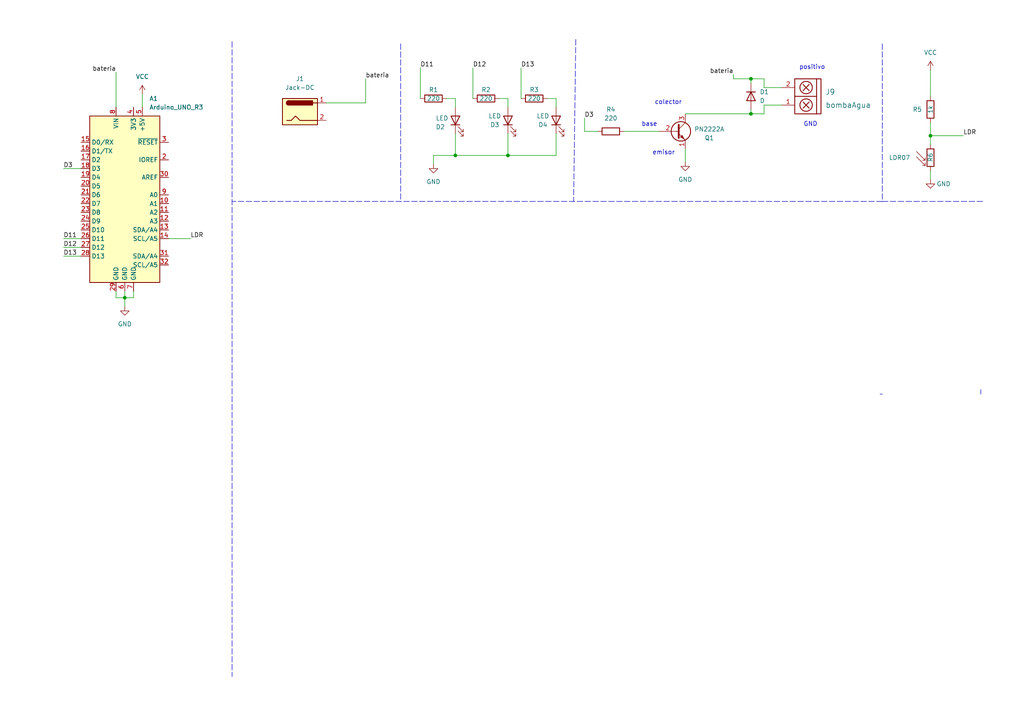
<source format=kicad_sch>
(kicad_sch (version 20211123) (generator eeschema)
  (paper "A4")
  (title_block (title "Sistema de Riego Automatizado"))
  (lib_symbols
    (symbol "Connector:Jack-DC" (pin_names (offset 1.016))
      (property "Reference" "J" (at 0 5.334 0))
      (property "Value" "Jack-DC" (at 0 -5.08 0))
      (symbol "Jack-DC_0_1"
        (rectangle (start -5.08 3.81) (end 5.08 -3.81) (stroke (width 0.254)) (fill (type background)))
        (arc (start -3.302 3.175) (mid -3.937 2.54) (end -3.302 1.905) (stroke (width 0.254)))
        (arc (start -3.302 3.175) (mid -3.937 2.54) (end -3.302 1.905) (stroke (width 0.254)) (fill (type outline)))
        (polyline (pts (xy 5.08 2.54) (xy 3.81 2.54)) (stroke (width 0.254)))
        (polyline (pts (xy -3.81 -2.54) (xy -2.54 -2.54) (xy -1.27 -1.27) (xy 0 -2.54) (xy 2.54 -2.54) (xy 5.08 -2.54)) (stroke (width 0.254)))
        (rectangle (start 3.683 3.175) (end -3.302 1.905) (stroke (width 0.254)) (fill (type outline)))
      )
      (symbol "Jack-DC_1_1"
        (pin passive line (at 7.62 2.54 180) (length 2.54) (name "~") (number "1"))
        (pin passive line (at 7.62 -2.54 180) (length 2.54) (name "~") (number "2"))
      )
    )
    (symbol "Device:D" (pin_numbers hide) (pin_names (offset 1.016) hide)
      (property "Reference" "D" (at 0 2.54 0))
      (property "Value" "D" (at 0 -2.54 0))
      (symbol "D_0_1"
        (polyline (pts (xy -1.27 1.27) (xy -1.27 -1.27)) (stroke (width 0.254)))
        (polyline (pts (xy 1.27 0) (xy -1.27 0)))
        (polyline (pts (xy 1.27 1.27) (xy 1.27 -1.27) (xy -1.27 0) (xy 1.27 1.27)) (stroke (width 0.254)))
      )
      (symbol "D_1_1"
        (pin passive line (at -3.81 0 0) (length 2.54) (name "K") (number "1"))
        (pin passive line (at 3.81 0 180) (length 2.54) (name "A") (number "2"))
      )
    )
    (symbol "Device:LED" (pin_numbers hide) (pin_names (offset 1.016) hide)
      (property "Reference" "D" (at 0 2.54 0))
      (property "Value" "LED" (at 0 -2.54 0))
      (symbol "LED_0_1"
        (polyline (pts (xy -1.27 -1.27) (xy -1.27 1.27)) (stroke (width 0.254)))
        (polyline (pts (xy -1.27 0) (xy 1.27 0)))
        (polyline (pts (xy 1.27 -1.27) (xy 1.27 1.27) (xy -1.27 0) (xy 1.27 -1.27)) (stroke (width 0.254)))
        (polyline (pts (xy -3.048 -0.762) (xy -4.572 -2.286) (xy -3.81 -2.286) (xy -4.572 -2.286) (xy -4.572 -1.524)))
        (polyline (pts (xy -1.778 -0.762) (xy -3.302 -2.286) (xy -2.54 -2.286) (xy -3.302 -2.286) (xy -3.302 -1.524)))
      )
      (symbol "LED_1_1"
        (pin passive line (at -3.81 0 0) (length 2.54) (name "K") (number "1"))
        (pin passive line (at 3.81 0 180) (length 2.54) (name "A") (number "2"))
      )
    )
    (symbol "Device:R" (pin_numbers hide) (pin_names (offset 0))
      (property "Reference" "R" (at 2.032 0 90))
      (property "Value" "R" (at 0 0 90))
      (symbol "R_0_1"
        (rectangle (start -1.016 -2.54) (end 1.016 2.54) (stroke (width 0.254)))
      )
      (symbol "R_1_1"
        (pin passive line (at 0 3.81 270) (length 1.27) (name "~") (number "1"))
        (pin passive line (at 0 -3.81 90) (length 1.27) (name "~") (number "2"))
      )
    )
    (symbol "EESTN:TB_1X2" (pin_names (offset 1.016))
      (property "Reference" "J" (at 0 7.62 0))
      (property "Value" "TB_1X2" (at 1.27 -7.62 0))
      (symbol "TB_1X2_0_1"
        (rectangle (start -2.54 5.08) (end 5.08 -5.08) (stroke (width 0.254)))
        (polyline (pts (xy -1.27 0) (xy 5.08 0)) (stroke (width 0.254)))
        (polyline (pts (xy -1.27 5.08) (xy -1.27 -5.08)) (stroke (width 0.254)))
        (polyline (pts (xy 0.889 -3.429) (xy 2.667 -1.651)) (stroke (width 0.254)))
        (polyline (pts (xy 0.889 -1.651) (xy 2.667 -3.429)) (stroke (width 0.254)))
        (polyline (pts (xy 0.889 1.651) (xy 2.667 3.429)) (stroke (width 0.254)))
        (polyline (pts (xy 0.889 3.429) (xy 2.667 1.651)) (stroke (width 0.254)))
        (circle (center 1.778 -2.54) (radius 1.8034) (stroke (width 0.254)))
        (circle (center 1.778 2.54) (radius 1.8034) (stroke (width 0.254)))
      )
      (symbol "TB_1X2_1_1"
        (pin input line (at 8.89 2.54 180) (length 3.81) (name "~") (number "1"))
        (pin input line (at 8.89 -2.54 180) (length 3.81) (name "~") (number "2"))
      )
    )
    (symbol "MCU_Module:Arduino_UNO_R3"
      (property "Reference" "A" (at -10.16 23.495 0))
      (property "Value" "Arduino_UNO_R3" (at 5.08 -26.67 0))
      (symbol "Arduino_UNO_R3_0_1"
        (rectangle (start -10.16 22.86) (end 10.16 -25.4) (stroke (width 0.254)) (fill (type background)))
      )
      (symbol "Arduino_UNO_R3_1_1"
        (pin no_connect line (at -10.16 -20.32 0) (length 2.54) hide (name "NC") (number "1"))
        (pin bidirectional line (at 12.7 -2.54 180) (length 2.54) (name "A1") (number "10"))
        (pin bidirectional line (at 12.7 -5.08 180) (length 2.54) (name "A2") (number "11"))
        (pin bidirectional line (at 12.7 -7.62 180) (length 2.54) (name "A3") (number "12"))
        (pin bidirectional line (at 12.7 -10.16 180) (length 2.54) (name "SDA/A4") (number "13"))
        (pin bidirectional line (at 12.7 -12.7 180) (length 2.54) (name "SCL/A5") (number "14"))
        (pin bidirectional line (at -12.7 15.24 0) (length 2.54) (name "D0/RX") (number "15"))
        (pin bidirectional line (at -12.7 12.7 0) (length 2.54) (name "D1/TX") (number "16"))
        (pin bidirectional line (at -12.7 10.16 0) (length 2.54) (name "D2") (number "17"))
        (pin bidirectional line (at -12.7 7.62 0) (length 2.54) (name "D3") (number "18"))
        (pin bidirectional line (at -12.7 5.08 0) (length 2.54) (name "D4") (number "19"))
        (pin output line (at 12.7 10.16 180) (length 2.54) (name "IOREF") (number "2"))
        (pin bidirectional line (at -12.7 2.54 0) (length 2.54) (name "D5") (number "20"))
        (pin bidirectional line (at -12.7 0 0) (length 2.54) (name "D6") (number "21"))
        (pin bidirectional line (at -12.7 -2.54 0) (length 2.54) (name "D7") (number "22"))
        (pin bidirectional line (at -12.7 -5.08 0) (length 2.54) (name "D8") (number "23"))
        (pin bidirectional line (at -12.7 -7.62 0) (length 2.54) (name "D9") (number "24"))
        (pin bidirectional line (at -12.7 -10.16 0) (length 2.54) (name "D10") (number "25"))
        (pin bidirectional line (at -12.7 -12.7 0) (length 2.54) (name "D11") (number "26"))
        (pin bidirectional line (at -12.7 -15.24 0) (length 2.54) (name "D12") (number "27"))
        (pin bidirectional line (at -12.7 -17.78 0) (length 2.54) (name "D13") (number "28"))
        (pin power_in line (at -2.54 -27.94 90) (length 2.54) (name "GND") (number "29"))
        (pin input line (at 12.7 15.24 180) (length 2.54) (name "~{RESET}") (number "3"))
        (pin input line (at 12.7 5.08 180) (length 2.54) (name "AREF") (number "30"))
        (pin bidirectional line (at 12.7 -17.78 180) (length 2.54) (name "SDA/A4") (number "31"))
        (pin bidirectional line (at 12.7 -20.32 180) (length 2.54) (name "SCL/A5") (number "32"))
        (pin power_out line (at 2.54 25.4 270) (length 2.54) (name "3V3") (number "4"))
        (pin power_out line (at 5.08 25.4 270) (length 2.54) (name "+5V") (number "5"))
        (pin power_in line (at 0 -27.94 90) (length 2.54) (name "GND") (number "6"))
        (pin power_in line (at 2.54 -27.94 90) (length 2.54) (name "GND") (number "7"))
        (pin power_in line (at -2.54 25.4 270) (length 2.54) (name "VIN") (number "8"))
        (pin bidirectional line (at 12.7 0 180) (length 2.54) (name "A0") (number "9"))
      )
    )
    (symbol "Sensor_Optical:LDR07" (pin_numbers hide) (pin_names (offset 0))
      (property "Reference" "R" (at -5.08 0 90))
      (property "Value" "LDR07" (at 1.905 0 90))
      (symbol "LDR07_0_1"
        (rectangle (start -1.016 2.54) (end 1.016 -2.54) (stroke (width 0.254)))
        (polyline (pts (xy -1.524 -2.286) (xy -4.064 0.254)))
        (polyline (pts (xy -1.524 -2.286) (xy -2.286 -2.286)))
        (polyline (pts (xy -1.524 -2.286) (xy -1.524 -1.524)))
        (polyline (pts (xy -1.524 -0.762) (xy -4.064 1.778)))
        (polyline (pts (xy -1.524 -0.762) (xy -2.286 -0.762)))
        (polyline (pts (xy -1.524 -0.762) (xy -1.524 0)))
      )
      (symbol "LDR07_1_1"
        (pin passive line (at 0 3.81 270) (length 1.27) (name "~") (number "1"))
        (pin passive line (at 0 -3.81 90) (length 1.27) (name "~") (number "2"))
      )
    )
    (symbol "Transistor_BJT:PN2222A" (pin_names (offset 0) hide)
      (property "Reference" "Q" (at 5.08 1.905 0))
      (property "Value" "PN2222A" (at 5.08 0 0))
      (symbol "PN2222A_0_1"
        (polyline (pts (xy 0 0) (xy 0.635 0)))
        (polyline (pts (xy 2.54 -2.54) (xy 0.635 -0.635)))
        (polyline (pts (xy 2.54 2.54) (xy 0.635 0.635)))
        (polyline (pts (xy 0.635 1.905) (xy 0.635 -1.905) (xy 0.635 -1.905)) (stroke (width 0.508)))
        (polyline (pts (xy 2.413 -2.413) (xy 1.905 -1.905) (xy 1.905 -1.905)))
        (polyline (pts (xy 1.143 -1.651) (xy 1.651 -1.143) (xy 2.159 -2.159) (xy 1.143 -1.651) (xy 1.143 -1.651)) (fill (type outline)))
        (circle (center 1.27 0) (radius 2.8194) (stroke (width 0.254)))
      )
      (symbol "PN2222A_1_1"
        (pin passive line (at 2.54 -5.08 90) (length 2.54) (name "E") (number "1"))
        (pin input line (at -5.08 0 0) (length 5.08) (name "B") (number "2"))
        (pin passive line (at 2.54 5.08 270) (length 2.54) (name "C") (number "3"))
      )
    )
    (symbol "power:GND" (power) (pin_names (offset 0))
      (property "Value" "GND" (at 0 -3.81 0))
      (symbol "GND_0_1"
        (polyline (pts (xy 0 0) (xy 0 -1.27) (xy 1.27 -1.27) (xy 0 -2.54) (xy -1.27 -1.27) (xy 0 -1.27)))
      )
      (symbol "GND_1_1"
        (pin power_in line (at 0 0 270) (length 0) hide (name "GND") (number "1"))
      )
    )
    (symbol "power:VCC" (power) (pin_names (offset 0))
      (property "Value" "VCC" (at 0 3.81 0))
      (symbol "VCC_0_1"
        (polyline (pts (xy -0.762 1.27) (xy 0 2.54)))
        (polyline (pts (xy 0 0) (xy 0 2.54)))
        (polyline (pts (xy 0 2.54) (xy 0.762 1.27)))
      )
      (symbol "VCC_1_1"
        (pin power_in line (at 0 0 90) (length 0) hide (name "VCC") (number "1"))
      )
    )
  )
  (junction (at 269.875 39.37))
  (junction (at 132.08 45.085))
  (junction (at 217.805 22.86))
  (junction (at 147.32 45.085))
  (junction (at 36.195 86.36))
  (junction (at 217.805 33.02))
  (polyline (pts (xy 167.005 11.43) (xy 166.37 58.42)))
  (wire (pts (xy 226.695 30.48) (xy 221.615 30.48)))
  (wire (pts (xy 36.195 86.36) (xy 36.195 88.9)))
  (wire (pts (xy 147.32 45.085) (xy 161.29 45.085)))
  (polyline (pts (xy 255.905 12.7) (xy 255.905 58.42)))
  (wire (pts (xy 212.725 22.86) (xy 217.805 22.86)))
  (wire (pts (xy 18.415 69.215) (xy 23.495 69.215)))
  (wire (pts (xy 33.655 86.36) (xy 36.195 86.36)))
  (wire (pts (xy 180.975 38.1) (xy 191.135 38.1)))
  (wire (pts (xy 137.16 19.685) (xy 137.16 28.575)))
  (wire (pts (xy 36.195 84.455) (xy 36.195 86.36)))
  (wire (pts (xy 18.415 71.755) (xy 23.495 71.755)))
  (wire (pts (xy 132.08 38.735) (xy 132.08 45.085)))
  (wire (pts (xy 217.805 33.02) (xy 221.615 33.02)))
  (wire (pts (xy 18.415 74.295) (xy 23.495 74.295)))
  (wire (pts (xy 125.73 45.085) (xy 132.08 45.085)))
  (wire (pts (xy 269.875 35.56) (xy 269.875 39.37)))
  (wire (pts (xy 147.32 28.575) (xy 147.32 31.115)))
  (wire (pts (xy 198.755 33.02) (xy 217.805 33.02)))
  (wire (pts (xy 269.875 49.53) (xy 269.875 52.07)))
  (polyline (pts (xy 284.48 113.03) (xy 284.48 114.3)))
  (wire (pts (xy 125.73 47.625) (xy 125.73 45.085)))
  (wire (pts (xy 132.08 28.575) (xy 132.08 31.115)))
  (wire (pts (xy 198.755 46.99) (xy 198.755 43.18)))
  (polyline (pts (xy 67.31 12.065) (xy 67.31 196.215)))
  (wire (pts (xy 151.13 19.685) (xy 151.13 28.575)))
  (wire (pts (xy 269.875 41.91) (xy 269.875 39.37)))
  (wire (pts (xy 18.415 48.895) (xy 23.495 48.895)))
  (wire (pts (xy 147.32 38.735) (xy 147.32 45.085)))
  (wire (pts (xy 129.54 28.575) (xy 132.08 28.575)))
  (wire (pts (xy 169.545 34.29) (xy 169.545 38.1)))
  (wire (pts (xy 36.195 86.36) (xy 38.735 86.36)))
  (wire (pts (xy 158.75 28.575) (xy 161.29 28.575)))
  (wire (pts (xy 33.655 20.955) (xy 33.655 31.115)))
  (wire (pts (xy 169.545 38.1) (xy 173.355 38.1)))
  (wire (pts (xy 221.615 22.86) (xy 217.805 22.86)))
  (wire (pts (xy 106.045 29.845) (xy 106.045 22.86)))
  (wire (pts (xy 41.275 27.305) (xy 41.275 31.115)))
  (wire (pts (xy 217.805 33.02) (xy 217.805 31.75)))
  (wire (pts (xy 221.615 25.4) (xy 221.615 22.86)))
  (wire (pts (xy 221.615 30.48) (xy 221.615 33.02)))
  (wire (pts (xy 217.805 22.86) (xy 217.805 24.13)))
  (wire (pts (xy 94.615 29.845) (xy 106.045 29.845)))
  (wire (pts (xy 269.875 20.32) (xy 269.875 27.94)))
  (wire (pts (xy 226.695 25.4) (xy 221.615 25.4)))
  (wire (pts (xy 212.725 21.59) (xy 212.725 22.86)))
  (wire (pts (xy 33.655 84.455) (xy 33.655 86.36)))
  (polyline (pts (xy 255.27 114.3) (xy 255.905 114.3)))
  (wire (pts (xy 121.92 19.685) (xy 121.92 28.575)))
  (polyline (pts (xy 255.905 58.42) (xy 285.115 58.42)))
  (wire (pts (xy 161.29 45.085) (xy 161.29 38.735)))
  (wire (pts (xy 161.29 28.575) (xy 161.29 31.115)))
  (wire (pts (xy 48.895 69.215) (xy 55.245 69.215)))
  (wire (pts (xy 132.08 45.085) (xy 147.32 45.085)))
  (polyline (pts (xy 255.905 58.42) (xy 67.31 58.42)))
  (polyline (pts (xy 116.205 12.7) (xy 116.205 58.42)))
  (wire (pts (xy 279.4 39.37) (xy 269.875 39.37)))
  (wire (pts (xy 144.78 28.575) (xy 147.32 28.575)))
  (wire (pts (xy 38.735 86.36) (xy 38.735 84.455)))
  (text "GND" (at 233.045 36.83 0) (effects (font (size 1.27 1.27)) (justify left bottom)))
  (text "emisor\n" (at 189.23 45.085 0) (effects (font (size 1.27 1.27)) (justify left bottom)))
  (text "base\n" (at 186.055 36.83 0) (effects (font (size 1.27 1.27)) (justify left bottom)))
  (text "positivo\n" (at 231.775 20.32 0) (effects (font (size 1.27 1.27)) (justify left bottom)))
  (text "colector\n" (at 189.865 30.48 0) (effects (font (size 1.27 1.27)) (justify left bottom)))
  (label "D3" (at 169.545 34.29 0))
  (label "D3" (at 18.415 48.895 0))
  (label "D11" (at 121.92 19.685 0))
  (label "LDR" (at 279.4 39.37 0))
  (label "D11" (at 18.415 69.215 0))
  (label "D13" (at 151.13 19.685 0))
  (label "bateria" (at 212.725 21.59 180))
  (label "D12" (at 137.16 19.685 0))
  (label "D13" (at 18.415 74.295 0))
  (label "bateria" (at 106.045 22.86 0))
  (label "D12" (at 18.415 71.755 0))
  (label "bateria" (at 33.655 20.955 180))
  (label "LDR" (at 55.245 69.215 0))
  (symbol (lib_id "Device:D") (at 217.805 27.94 270) (unit 1)
    (property "Reference" "D1" (at 220.345 26.6699 90) (effects (justify left)))
    (property "Value" "D" (at 220.345 29.2099 90) (effects (justify left)))
    (property "Footprint" "Diode_THT:D_T-1_P5.08mm_Horizontal" (effects hide))
  )
  (symbol (lib_id "Device:R") (at 177.165 38.1 270) (unit 1)
    (property "Reference" "R4" (at 177.165 31.75 90))
    (property "Value" "220" (at 177.165 34.29 90))
    (property "Footprint" "Resistor_THT:R_Axial_DIN0204_L3.6mm_D1.6mm_P5.08mm_Horizontal" (effects hide))
  )
  (symbol (lib_id "MCU_Module:Arduino_UNO_R3") (at 36.195 56.515 0) (unit 1)
    (property "Reference" "A1" (at 43.2944 28.575 0) (effects (justify left)))
    (property "Value" "Arduino_UNO_R3" (at 43.2944 31.115 0) (effects (justify left)))
    (property "Footprint" "Module:Arduino_UNO_R3" (effects hide))
    (property "Datasheet" "https://www.arduino.cc/en/Main/arduinoBoardUno" (effects hide))
  )
  (symbol (lib_id "Device:LED") (at 161.29 34.925 90) (unit 1)
    (property "Reference" "D4" (at 157.48 36.195 90))
    (property "Value" "LED" (at 157.48 33.655 90))
    (property "Footprint" "LED_THT:LED_D1.8mm_W3.3mm_H2.4mm" (effects hide))
  )
  (symbol (lib_id "power:GND") (at 36.195 88.9 0) (unit 1)
    (property "Reference" "#PWR0106" (effects hide))
    (property "Value" "GND" (at 36.195 93.98 0))
  )
  (symbol (lib_id "power:GND") (at 269.875 52.07 0) (unit 1)
    (property "Reference" "#PWR0103" (effects hide))
    (property "Value" "GND" (at 273.685 53.34 0))
  )
  (symbol (lib_id "EESTN:TB_1X2") (at 235.585 27.94 180) (unit 1)
    (property "Reference" "J9" (at 239.395 26.67 0) (effects (font (size 1.524 1.524)) (justify right)))
    (property "Value" "bombaAgua" (at 239.395 30.48 0) (effects (font (size 1.524 1.524)) (justify right)))
    (property "Footprint" "EESTN5:BORNERA2" (effects hide))
  )
  (symbol (lib_id "power:VCC") (at 269.875 20.32 0) (unit 1)
    (property "Reference" "#PWR0102" (effects hide))
    (property "Value" "VCC" (at 269.875 15.24 0))
  )
  (symbol (lib_id "power:VCC") (at 41.275 27.305 0) (unit 1)
    (property "Reference" "#PWR0107" (effects hide))
    (property "Value" "VCC" (at 41.275 22.225 0))
  )
  (symbol (lib_id "power:GND") (at 198.755 46.99 0) (unit 1)
    (property "Reference" "#PWR0104" (effects hide))
    (property "Value" "GND" (at 198.755 52.07 0))
  )
  (symbol (lib_id "Device:R") (at 269.875 31.75 0) (unit 1)
    (property "Reference" "R5" (at 266.065 31.75 0))
    (property "Value" "1k" (at 269.875 31.75 90))
    (property "Footprint" "Resistor_THT:R_Axial_DIN0204_L3.6mm_D1.6mm_P5.08mm_Horizontal" (effects hide))
  )
  (symbol (lib_id "Device:LED") (at 147.32 34.925 90) (unit 1)
    (property "Reference" "D3" (at 143.51 36.195 90))
    (property "Value" "LED" (at 143.51 33.655 90))
    (property "Footprint" "LED_THT:LED_D1.8mm_W3.3mm_H2.4mm" (effects hide))
  )
  (symbol (lib_id "Device:R") (at 154.94 28.575 90) (unit 1)
    (property "Reference" "R3" (at 154.94 26.035 90))
    (property "Value" "220" (at 154.94 28.575 90))
    (property "Footprint" "Resistor_THT:R_Axial_DIN0204_L3.6mm_D1.6mm_P5.08mm_Horizontal" (effects hide))
  )
  (symbol (lib_id "Device:LED") (at 132.08 34.925 90) (unit 1)
    (property "Reference" "D2" (at 126.365 36.83 90) (effects (justify right)))
    (property "Value" "LED" (at 126.365 34.29 90) (effects (justify right)))
    (property "Footprint" "LED_THT:LED_D1.8mm_W3.3mm_H2.4mm" (effects hide))
  )
  (symbol (lib_id "Device:R") (at 125.73 28.575 90) (unit 1)
    (property "Reference" "R1" (at 125.73 26.035 90))
    (property "Value" "220" (at 125.73 28.575 90))
    (property "Footprint" "Resistor_THT:R_Axial_DIN0204_L3.6mm_D1.6mm_P5.08mm_Horizontal" (effects hide))
  )
  (symbol (lib_id "Transistor_BJT:PN2222A") (at 196.215 38.1 0) (unit 1)
    (property "Reference" "Q1" (at 205.74 40.005 0))
    (property "Value" "PN2222A" (at 205.74 37.465 0))
    (property "Footprint" "Package_TO_SOT_THT:TO-92_Inline" (effects hide))
    (property "Datasheet" "https://www.onsemi.com/pub/Collateral/PN2222-D.PDF" (effects hide))
  )
  (symbol (lib_id "Sensor_Optical:LDR07") (at 269.875 45.72 0) (unit 1)
    (property "Reference" "R6" (at 269.875 46.99 90) (effects (justify left)))
    (property "Value" "LDR07" (at 257.81 45.72 0) (effects (justify left)))
    (property "Footprint" "OptoDevice:R_LDR_5.1x4.3mm_P3.4mm_Vertical" (effects hide))
    (property "Datasheet" "http://www.tme.eu/de/Document/f2e3ad76a925811312d226c31da4cd7e/LDR07.pdf" (effects hide))
  )
  (symbol (lib_id "Connector:Jack-DC") (at 86.995 32.385 0) (unit 1)
    (property "Reference" "J1" (at 86.995 22.86 0))
    (property "Value" "Jack-DC" (at 86.995 25.4 0))
    (property "Footprint" "Connector_BarrelJack:BarrelJack_Wuerth_6941xx301002" (effects hide))
  )
  (symbol (lib_id "power:GND") (at 125.73 47.625 0) (unit 1)
    (property "Reference" "#PWR0101" (effects hide))
    (property "Value" "GND" (at 125.73 52.705 0))
  )
  (symbol (lib_id "Device:R") (at 140.97 28.575 90) (unit 1)
    (property "Reference" "R2" (at 140.97 26.035 90))
    (property "Value" "220" (at 140.97 28.575 90))
    (property "Footprint" "Resistor_THT:R_Axial_DIN0204_L3.6mm_D1.6mm_P5.08mm_Horizontal" (effects hide))
  )
)
</source>
